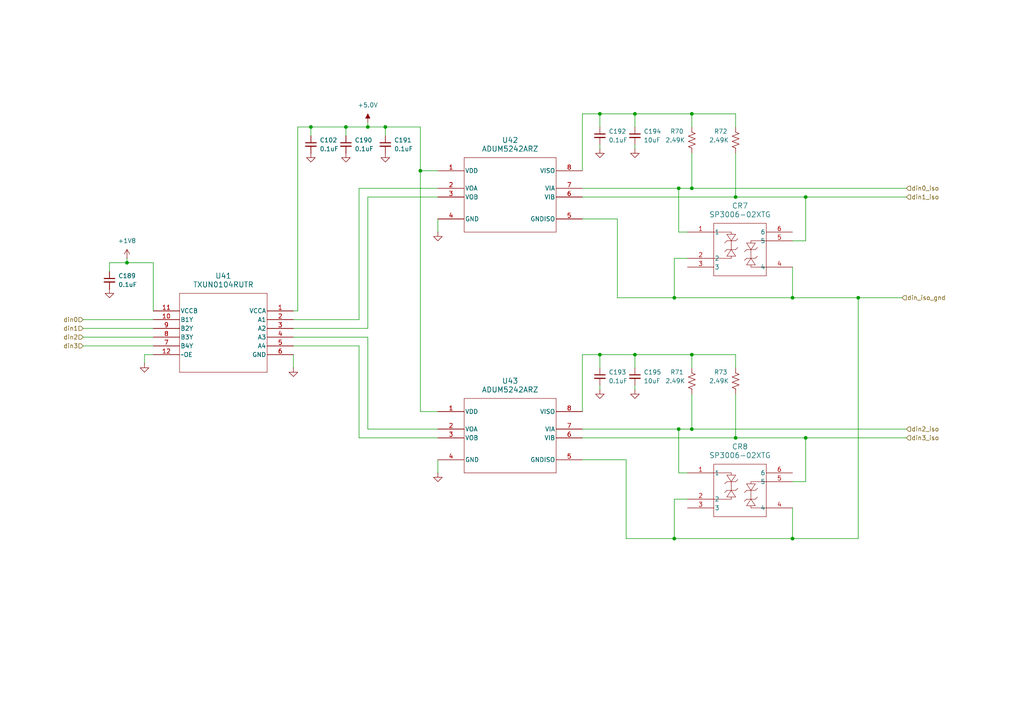
<source format=kicad_sch>
(kicad_sch (version 20250114) (generator "eeschema") (generator_version "9.0")
  (paper "A4")
  (lib_symbols
    (symbol "Device:C_Small" (pin_numbers (hide yes)) (pin_names (offset 0.254) (hide yes))
      (property "Reference" "C" (at 0.254 1.778 0))
      (property "Value" "C_Small" (at 0.254 -2.032 0))
      (symbol "C_Small_0_1"
        (polyline (pts (xy -1.524 0.508) (xy 1.524 0.508)) (stroke (width 0.3048)))
        (polyline (pts (xy -1.524 -0.508) (xy 1.524 -0.508)) (stroke (width 0.3302)))
      )
      (symbol "C_Small_1_1"
        (pin passive line (at 0 2.54 270) (length 2.032) (name "~") (number "1"))
        (pin passive line (at 0 -2.54 90) (length 2.032) (name "~") (number "2"))
      )
    )
    (symbol "Device:R_US" (pin_numbers (hide yes)) (pin_names (offset 0))
      (property "Reference" "R" (at 2.54 0 90))
      (property "Value" "R_US" (at -2.54 0 90))
      (symbol "R_US_0_1"
        (polyline (pts (xy 0 2.286) (xy 0 2.54)))
        (polyline (pts (xy 0 2.286) (xy 1.016 1.905) (xy 0 1.524) (xy -1.016 1.143) (xy 0 0.762)))
        (polyline (pts (xy 0 0.762) (xy 1.016 0.381) (xy 0 0) (xy -1.016 -0.381) (xy 0 -0.762)))
        (polyline (pts (xy 0 -0.762) (xy 1.016 -1.143) (xy 0 -1.524) (xy -1.016 -1.905) (xy 0 -2.286)))
        (polyline (pts (xy 0 -2.286) (xy 0 -2.54)))
      )
      (symbol "R_US_1_1"
        (pin passive line (at 0 3.81 270) (length 1.27) (name "~") (number "1"))
        (pin passive line (at 0 -3.81 90) (length 1.27) (name "~") (number "2"))
      )
    )
    (symbol "PSC:+5.0V" (power) (pin_numbers (hide yes)) (pin_names (offset 0) (hide yes))
      (property "Value" "+5.0V" (at 0 3.556 0))
      (symbol "+5.0V_0_1"
        (polyline (pts (xy 0 0) (xy 0 2.54)))
      )
      (symbol "+5.0V_1_1"
        (polyline (pts (xy -0.635 1.27) (xy 0.635 1.27) (xy 0 2.54) (xy -0.635 1.27)) (stroke (width 0) (color 132 0 0 1)) (fill (type color) (color 132 0 0 1)))
        (pin power_in line (at 0 0 90) (length 0) (name "~") (number "1"))
      )
    )
    (symbol "PSC:ADUM5242ARZ" (pin_names (offset 0.254))
      (property "Reference" "U" (at 19.558 9.652 0))
      (property "Value" "ADUM5242ARZ" (at 21.082 7.112 0))
      (symbol "ADUM5242ARZ_0_1"
        (polyline (pts (xy 7.62 5.08) (xy 7.62 -16.51)) (stroke (width 0.127)))
        (polyline (pts (xy 7.62 -16.51) (xy 34.29 -16.51)) (stroke (width 0.127)))
        (polyline (pts (xy 34.29 5.08) (xy 7.62 5.08)) (stroke (width 0.127)))
        (polyline (pts (xy 34.29 -16.51) (xy 34.29 5.08)) (stroke (width 0.127)))
        (pin unspecified line (at 0 1.27 0) (length 7.62) (name "VDD") (number "1"))
        (pin unspecified line (at 41.91 1.27 180) (length 7.62) (name "VISO") (number "8"))
        (pin unspecified line (at 41.91 -12.7 180) (length 7.62) (name "GNDISO") (number "5"))
      )
      (symbol "ADUM5242ARZ_1_1"
        (pin unspecified line (at 0 -3.81 0) (length 7.62) (name "VOA") (number "2"))
        (pin unspecified line (at 0 -6.35 0) (length 7.62) (name "VOB") (number "3"))
        (pin unspecified line (at 0 -12.7 0) (length 7.62) (name "GND") (number "4"))
        (pin unspecified line (at 41.91 -3.81 180) (length 7.62) (name "VIA") (number "7"))
        (pin unspecified line (at 41.91 -6.35 180) (length 7.62) (name "VIB") (number "6"))
      )
    )
    (symbol "PSC:SP3006-02XTG" (pin_names (offset 0.254))
      (property "Reference" "CR" (at 20.32 7.62 0))
      (property "Value" "SP3006-02XTG" (at 20.32 5.08 0))
      (symbol "SP3006-02XTG_0_1"
        (polyline (pts (xy 12.7 2.54) (xy 12.7 -12.7)) (stroke (width 0.127)))
        (polyline (pts (xy 12.7 0) (xy 17.78 0)) (stroke (width 0.127)))
        (polyline (pts (xy 12.7 -7.62) (xy 17.78 -7.62)) (stroke (width 0.127)))
        (polyline (pts (xy 12.7 -12.7) (xy 27.94 -12.7)) (stroke (width 0.127)))
        (polyline (pts (xy 15.875 -3.175) (xy 16.51 -2.54)) (stroke (width 0.127)))
        (polyline (pts (xy 15.875 -5.715) (xy 16.51 -5.08)) (stroke (width 0.127)))
        (polyline (pts (xy 16.51 -0.635) (xy 17.78 -2.54)) (stroke (width 0.127)))
        (polyline (pts (xy 16.51 -5.08) (xy 19.05 -5.08)) (stroke (width 0.127)))
        (polyline (pts (xy 16.51 -6.985) (xy 19.05 -6.985)) (stroke (width 0.127)))
        (polyline (pts (xy 17.78 0) (xy 17.78 -0.635)) (stroke (width 0.127)))
        (polyline (pts (xy 17.78 -2.54) (xy 17.78 -5.08)) (stroke (width 0.127)))
        (polyline (pts (xy 17.78 -2.54) (xy 19.05 -0.635)) (stroke (width 0.127)))
        (polyline (pts (xy 17.78 -5.08) (xy 16.51 -6.985)) (stroke (width 0.127)))
        (polyline (pts (xy 17.78 -6.985) (xy 17.78 -7.62)) (stroke (width 0.127)))
        (polyline (pts (xy 19.05 -0.635) (xy 16.51 -0.635)) (stroke (width 0.127)))
        (polyline (pts (xy 19.05 -2.54) (xy 16.51 -2.54)) (stroke (width 0.127)))
        (polyline (pts (xy 19.05 -6.985) (xy 17.78 -5.08)) (stroke (width 0.127)))
        (polyline (pts (xy 19.685 -1.905) (xy 19.05 -2.54)) (stroke (width 0.127)))
        (polyline (pts (xy 19.685 -4.445) (xy 19.05 -5.08)) (stroke (width 0.127)))
        (polyline (pts (xy 21.59 -5.715) (xy 22.225 -5.08)) (stroke (width 0.127)))
        (polyline (pts (xy 21.59 -8.255) (xy 22.225 -7.62)) (stroke (width 0.127)))
        (polyline (pts (xy 22.225 -3.175) (xy 23.495 -5.08)) (stroke (width 0.127)))
        (polyline (pts (xy 22.225 -7.62) (xy 24.765 -7.62)) (stroke (width 0.127)))
        (polyline (pts (xy 22.225 -9.525) (xy 24.765 -9.525)) (stroke (width 0.127)))
        (polyline (pts (xy 23.495 -2.54) (xy 23.495 -3.175)) (stroke (width 0.127)))
        (polyline (pts (xy 23.495 -2.54) (xy 27.94 -2.54)) (stroke (width 0.127)))
        (polyline (pts (xy 23.495 -5.08) (xy 23.495 -7.62)) (stroke (width 0.127)))
        (polyline (pts (xy 23.495 -5.08) (xy 24.765 -3.175)) (stroke (width 0.127)))
        (polyline (pts (xy 23.495 -7.62) (xy 22.225 -9.525)) (stroke (width 0.127)))
        (polyline (pts (xy 23.495 -9.525) (xy 23.495 -10.16)) (stroke (width 0.127)))
        (polyline (pts (xy 24.765 -3.175) (xy 22.225 -3.175)) (stroke (width 0.127)))
        (polyline (pts (xy 24.765 -5.08) (xy 22.225 -5.08)) (stroke (width 0.127)))
        (polyline (pts (xy 24.765 -9.525) (xy 23.495 -7.62)) (stroke (width 0.127)))
        (polyline (pts (xy 25.4 -4.445) (xy 24.765 -5.08)) (stroke (width 0.127)))
        (polyline (pts (xy 25.4 -6.985) (xy 24.765 -7.62)) (stroke (width 0.127)))
        (polyline (pts (xy 27.94 2.54) (xy 12.7 2.54)) (stroke (width 0.127)))
        (polyline (pts (xy 27.94 -10.16) (xy 23.495 -10.16)) (stroke (width 0.127)))
        (polyline (pts (xy 27.94 -12.7) (xy 27.94 2.54)) (stroke (width 0.127)))
        (pin unspecified line (at 5.08 0 0) (length 7.62) (name "1") (number "1"))
        (pin unspecified line (at 5.08 -7.62 0) (length 7.62) (name "2") (number "2"))
        (pin unspecified line (at 5.08 -10.16 0) (length 7.62) (name "3") (number "3"))
        (pin unspecified line (at 35.56 0 180) (length 7.62) (name "6") (number "6"))
        (pin unspecified line (at 35.56 -2.54 180) (length 7.62) (name "5") (number "5"))
        (pin unspecified line (at 35.56 -10.16 180) (length 7.62) (name "4") (number "4"))
      )
    )
    (symbol "PSC:TXUN0104RUTR" (pin_names (offset 0.254))
      (property "Reference" "U" (at 20.32 10.16 0))
      (property "Value" "TXUN0104RUTR" (at 20.32 7.62 0))
      (symbol "TXUN0104RUTR_0_1"
        (polyline (pts (xy 7.62 5.08) (xy 7.62 -17.78)) (stroke (width 0.127)))
        (polyline (pts (xy 7.62 -17.78) (xy 33.02 -17.78)) (stroke (width 0.127)))
        (polyline (pts (xy 33.02 5.08) (xy 7.62 5.08)) (stroke (width 0.127)))
        (polyline (pts (xy 33.02 -17.78) (xy 33.02 5.08)) (stroke (width 0.127)))
        (pin power_in line (at 0 0 0) (length 7.62) (name "VCCA") (number "1"))
        (pin input line (at 0 -2.54 0) (length 7.62) (name "A1") (number "2"))
        (pin input line (at 0 -5.08 0) (length 7.62) (name "A2") (number "3"))
        (pin input line (at 0 -7.62 0) (length 7.62) (name "A3") (number "4"))
        (pin input line (at 0 -10.16 0) (length 7.62) (name "A4") (number "5"))
        (pin power_out line (at 0 -12.7 0) (length 7.62) (name "GND") (number "6"))
        (pin power_in line (at 40.64 0 180) (length 7.62) (name "VCCB") (number "11"))
        (pin output line (at 40.64 -2.54 180) (length 7.62) (name "B1Y") (number "10"))
        (pin output line (at 40.64 -5.08 180) (length 7.62) (name "B2Y") (number "9"))
        (pin output line (at 40.64 -7.62 180) (length 7.62) (name "B3Y") (number "8"))
        (pin output line (at 40.64 -10.16 180) (length 7.62) (name "B4Y") (number "7"))
      )
      (symbol "TXUN0104RUTR_1_1"
        (pin input line (at 40.64 -12.7 180) (length 7.62) (name "~OE") (number "12"))
      )
    )
    (symbol "power:+1V8" (power) (pin_numbers (hide yes)) (pin_names (offset 0) (hide yes))
      (property "Value" "+1V8" (at 0 3.556 0))
      (symbol "+1V8_0_1"
        (polyline (pts (xy -0.762 1.27) (xy 0 2.54)))
        (polyline (pts (xy 0 2.54) (xy 0.762 1.27)))
        (polyline (pts (xy 0 0) (xy 0 2.54)))
      )
      (symbol "+1V8_1_1"
        (pin power_in line (at 0 0 90) (length 0) (name "~") (number "1"))
      )
    )
    (symbol "power:GND" (power) (pin_numbers (hide yes)) (pin_names (offset 0) (hide yes))
      (property "Value" "GND" (at 0 -3.81 0))
      (symbol "GND_0_1"
        (polyline (pts (xy 0 0) (xy 0 -1.27) (xy 1.27 -1.27) (xy 0 -2.54) (xy -1.27 -1.27) (xy 0 -1.27)))
      )
      (symbol "GND_1_1"
        (pin power_in line (at 0 0 270) (length 0) (name "~") (number "1"))
      )
    )
  )
  (junction (at 200.66 124.46))
  (junction (at 106.68 36.83))
  (junction (at 233.68 127))
  (junction (at 213.36 127))
  (junction (at 36.83 76.2))
  (junction (at 229.87 156.21))
  (junction (at 196.85 54.61))
  (junction (at 213.36 57.15))
  (junction (at 195.58 156.21))
  (junction (at 196.85 124.46))
  (junction (at 200.66 33.02))
  (junction (at 195.58 86.36))
  (junction (at 90.17 36.83))
  (junction (at 248.92 86.36))
  (junction (at 184.15 33.02))
  (junction (at 100.33 36.83))
  (junction (at 200.66 102.87))
  (junction (at 121.92 49.53))
  (junction (at 200.66 54.61))
  (junction (at 233.68 57.15))
  (junction (at 173.99 102.87))
  (junction (at 229.87 86.36))
  (junction (at 173.99 33.02))
  (junction (at 111.76 36.83))
  (junction (at 184.15 102.87))
  (wire (pts (xy 121.92 119.38) (xy 121.92 49.53)))
  (wire (pts (xy 90.17 36.83) (xy 100.33 36.83)))
  (wire (pts (xy 195.58 86.36) (xy 229.87 86.36)))
  (wire (pts (xy 104.14 92.71) (xy 104.14 54.61)))
  (wire (pts (xy 173.99 43.18) (xy 173.99 41.91)))
  (wire (pts (xy 200.66 106.68) (xy 200.66 102.87)))
  (wire (pts (xy 106.68 57.15) (xy 127 57.15)))
  (wire (pts (xy 127 133.35) (xy 127 137.16)))
  (wire (pts (xy 85.09 97.79) (xy 106.68 97.79)))
  (wire (pts (xy 184.15 33.02) (xy 200.66 33.02)))
  (wire (pts (xy 184.15 102.87) (xy 184.15 106.68)))
  (wire (pts (xy 184.15 113.03) (xy 184.15 111.76)))
  (wire (pts (xy 24.13 100.33) (xy 44.45 100.33)))
  (wire (pts (xy 168.91 119.38) (xy 168.91 102.87)))
  (wire (pts (xy 168.91 127) (xy 213.36 127)))
  (wire (pts (xy 168.91 49.53) (xy 168.91 33.02)))
  (wire (pts (xy 200.66 114.3) (xy 200.66 124.46)))
  (wire (pts (xy 200.66 36.83) (xy 200.66 33.02)))
  (wire (pts (xy 31.75 78.74) (xy 31.75 76.2)))
  (wire (pts (xy 233.68 69.85) (xy 233.68 57.15)))
  (wire (pts (xy 196.85 124.46) (xy 196.85 137.16)))
  (wire (pts (xy 229.87 147.32) (xy 229.87 156.21)))
  (wire (pts (xy 24.13 97.79) (xy 44.45 97.79)))
  (wire (pts (xy 85.09 95.25) (xy 106.68 95.25)))
  (wire (pts (xy 196.85 54.61) (xy 200.66 54.61)))
  (wire (pts (xy 213.36 33.02) (xy 213.36 36.83)))
  (wire (pts (xy 184.15 33.02) (xy 184.15 36.83)))
  (wire (pts (xy 85.09 102.87) (xy 85.09 106.68)))
  (wire (pts (xy 179.07 86.36) (xy 195.58 86.36)))
  (wire (pts (xy 168.91 63.5) (xy 179.07 63.5)))
  (wire (pts (xy 100.33 39.37) (xy 100.33 36.83)))
  (wire (pts (xy 104.14 127) (xy 127 127)))
  (wire (pts (xy 24.13 92.71) (xy 44.45 92.71)))
  (wire (pts (xy 111.76 36.83) (xy 111.76 39.37)))
  (wire (pts (xy 41.91 102.87) (xy 41.91 105.41)))
  (wire (pts (xy 90.17 39.37) (xy 90.17 36.83)))
  (wire (pts (xy 173.99 33.02) (xy 173.99 36.83)))
  (wire (pts (xy 200.66 102.87) (xy 213.36 102.87)))
  (wire (pts (xy 213.36 44.45) (xy 213.36 57.15)))
  (wire (pts (xy 44.45 102.87) (xy 41.91 102.87)))
  (wire (pts (xy 184.15 43.18) (xy 184.15 41.91)))
  (wire (pts (xy 106.68 95.25) (xy 106.68 57.15)))
  (wire (pts (xy 199.39 144.78) (xy 195.58 144.78)))
  (wire (pts (xy 199.39 74.93) (xy 195.58 74.93)))
  (wire (pts (xy 100.33 36.83) (xy 106.68 36.83)))
  (wire (pts (xy 36.83 76.2) (xy 36.83 74.93)))
  (wire (pts (xy 44.45 76.2) (xy 36.83 76.2)))
  (wire (pts (xy 173.99 33.02) (xy 184.15 33.02)))
  (wire (pts (xy 229.87 69.85) (xy 233.68 69.85)))
  (wire (pts (xy 85.09 90.17) (xy 86.36 90.17)))
  (wire (pts (xy 106.68 35.56) (xy 106.68 36.83)))
  (wire (pts (xy 213.36 57.15) (xy 233.68 57.15)))
  (wire (pts (xy 127 119.38) (xy 121.92 119.38)))
  (wire (pts (xy 173.99 102.87) (xy 184.15 102.87)))
  (wire (pts (xy 213.36 127) (xy 233.68 127)))
  (wire (pts (xy 200.66 44.45) (xy 200.66 54.61)))
  (wire (pts (xy 85.09 100.33) (xy 104.14 100.33)))
  (wire (pts (xy 111.76 36.83) (xy 121.92 36.83)))
  (wire (pts (xy 233.68 127) (xy 262.89 127)))
  (wire (pts (xy 85.09 92.71) (xy 104.14 92.71)))
  (wire (pts (xy 179.07 63.5) (xy 179.07 86.36)))
  (wire (pts (xy 106.68 36.83) (xy 111.76 36.83)))
  (wire (pts (xy 200.66 33.02) (xy 213.36 33.02)))
  (wire (pts (xy 229.87 86.36) (xy 248.92 86.36)))
  (wire (pts (xy 121.92 49.53) (xy 127 49.53)))
  (wire (pts (xy 196.85 124.46) (xy 200.66 124.46)))
  (wire (pts (xy 24.13 95.25) (xy 44.45 95.25)))
  (wire (pts (xy 184.15 102.87) (xy 200.66 102.87)))
  (wire (pts (xy 168.91 124.46) (xy 196.85 124.46)))
  (wire (pts (xy 104.14 54.61) (xy 127 54.61)))
  (wire (pts (xy 248.92 156.21) (xy 248.92 86.36)))
  (wire (pts (xy 181.61 156.21) (xy 195.58 156.21)))
  (wire (pts (xy 106.68 97.79) (xy 106.68 124.46)))
  (wire (pts (xy 233.68 139.7) (xy 233.68 127)))
  (wire (pts (xy 181.61 133.35) (xy 181.61 156.21)))
  (wire (pts (xy 106.68 124.46) (xy 127 124.46)))
  (wire (pts (xy 213.36 102.87) (xy 213.36 106.68)))
  (wire (pts (xy 195.58 156.21) (xy 229.87 156.21)))
  (wire (pts (xy 200.66 124.46) (xy 262.89 124.46)))
  (wire (pts (xy 248.92 86.36) (xy 261.62 86.36)))
  (wire (pts (xy 44.45 90.17) (xy 44.45 76.2)))
  (wire (pts (xy 31.75 76.2) (xy 36.83 76.2)))
  (wire (pts (xy 200.66 54.61) (xy 262.89 54.61)))
  (wire (pts (xy 173.99 102.87) (xy 173.99 106.68)))
  (wire (pts (xy 127 63.5) (xy 127 67.31)))
  (wire (pts (xy 86.36 36.83) (xy 90.17 36.83)))
  (wire (pts (xy 168.91 57.15) (xy 213.36 57.15)))
  (wire (pts (xy 195.58 74.93) (xy 195.58 86.36)))
  (wire (pts (xy 196.85 54.61) (xy 196.85 67.31)))
  (wire (pts (xy 104.14 100.33) (xy 104.14 127)))
  (wire (pts (xy 168.91 54.61) (xy 196.85 54.61)))
  (wire (pts (xy 199.39 67.31) (xy 196.85 67.31)))
  (wire (pts (xy 199.39 137.16) (xy 196.85 137.16)))
  (wire (pts (xy 229.87 77.47) (xy 229.87 86.36)))
  (wire (pts (xy 213.36 114.3) (xy 213.36 127)))
  (wire (pts (xy 229.87 139.7) (xy 233.68 139.7)))
  (wire (pts (xy 233.68 57.15) (xy 262.89 57.15)))
  (wire (pts (xy 168.91 33.02) (xy 173.99 33.02)))
  (wire (pts (xy 86.36 90.17) (xy 86.36 36.83)))
  (wire (pts (xy 195.58 144.78) (xy 195.58 156.21)))
  (wire (pts (xy 168.91 102.87) (xy 173.99 102.87)))
  (wire (pts (xy 173.99 113.03) (xy 173.99 111.76)))
  (wire (pts (xy 229.87 156.21) (xy 248.92 156.21)))
  (wire (pts (xy 121.92 49.53) (xy 121.92 36.83)))
  (wire (pts (xy 168.91 133.35) (xy 181.61 133.35)))
  (hierarchical_label "din1" (shape input) (at 24.13 95.25 180))
  (hierarchical_label "din2" (shape input) (at 24.13 97.79 180))
  (hierarchical_label "din1_iso" (shape input) (at 262.89 57.15 0))
  (hierarchical_label "din0_iso" (shape input) (at 262.89 54.61 0))
  (hierarchical_label "din3" (shape input) (at 24.13 100.33 180))
  (hierarchical_label "din0" (shape input) (at 24.13 92.71 180))
  (hierarchical_label "din2_iso" (shape input) (at 262.89 124.46 0))
  (hierarchical_label "din_iso_gnd" (shape input) (at 261.62 86.36 0))
  (hierarchical_label "din3_iso" (shape input) (at 262.89 127 0))
  (symbol (lib_id "power:GND") (at 111.76 44.45 0) (unit 1)
    (property "Reference" "#PWR0282" (effects (hide yes)))
    (property "Value" "GND" (effects (hide yes)))
    (property "Description" "Power symbol creates a global label with name \"GND\" , ground" (effects (hide yes)))
  )
  (symbol (lib_id "power:+1V8") (at 36.83 74.93 0) (unit 1)
    (property "Reference" "#PWR0277" (effects (hide yes)))
    (property "Value" "+1V8" (at 36.83 69.85 0))
    (property "Description" "Power symbol creates a global label with name \"+1V8\"" (effects (hide yes)))
  )
  (symbol (lib_id "Device:C_Small") (at 173.99 39.37 0) (unit 1)
    (property "Reference" "C192" (at 176.53 38.1062 0) (effects (justify left)))
    (property "Value" "0.1uF" (at 176.53 40.6462 0) (effects (justify left)))
    (property "Footprint" "Capacitor_SMD:C_0402_1005Metric" (effects (hide yes)))
    (property "Description" "CAP CER 0.1UF 25V X5R 0402" (effects (hide yes)))
    (property "MFG" "Taiyo Yuden" (effects (hide yes)))
    (property "MFG_PN" "TMK105BJ104KV-F\n" (effects (hide yes)))
  )
  (symbol (lib_id "power:GND") (at 100.33 44.45 0) (unit 1)
    (property "Reference" "#PWR0280" (effects (hide yes)))
    (property "Value" "GND" (effects (hide yes)))
    (property "Description" "Power symbol creates a global label with name \"GND\" , ground" (effects (hide yes)))
  )
  (symbol (lib_id "power:GND") (at 184.15 43.18 0) (unit 1)
    (property "Reference" "#PWR0287" (effects (hide yes)))
    (property "Value" "GND" (effects (hide yes)))
    (property "Description" "Power symbol creates a global label with name \"GND\" , ground" (effects (hide yes)))
  )
  (symbol (lib_id "PSC:TXUN0104RUTR") (at 85.09 90.17 0) (mirror y) (unit 1)
    (property "Reference" "U41" (at 64.77 80.01 0) (effects (font (size 1.524 1.524))))
    (property "Value" "TXUN0104RUTR" (at 64.77 82.55 0) (effects (font (size 1.524 1.524))))
    (property "Footprint" "myparts:PQFP12_RUT_TEX" (effects (hide yes)))
    (property "Datasheet" "https://www.ti.com/lit/gpn/txu0104" (effects (hide yes)))
    (property "Description" "IC XLTR VL UNIDIR 12-UQFN" (effects (hide yes)))
    (property "Cost" ".77" (effects (hide yes)))
    (property "MFG" "TI" (effects (hide yes)))
    (property "MFG_PN" "TXUN0104RUTR" (effects (hide yes)))
  )
  (symbol (lib_id "power:GND") (at 41.91 105.41 0) (unit 1)
    (property "Reference" "#PWR0278" (effects (hide yes)))
    (property "Value" "GND" (effects (hide yes)))
    (property "Description" "Power symbol creates a global label with name \"GND\" , ground" (effects (hide yes)))
  )
  (symbol (lib_id "Device:R_US") (at 213.36 110.49 180) (unit 1)
    (property "Reference" "R73" (at 209.042 107.95 0))
    (property "Value" "2.49K" (at 208.534 110.49 0))
    (property "Footprint" "Resistor_SMD:R_0402_1005Metric" (effects (hide yes)))
    (property "Description" "RES SMD 2.49K OHM 1% 1/10W 0402" (effects (hide yes)))
    (property "Tolerance" "1%" (effects (hide yes)))
    (property "Cost" ".01" (effects (hide yes)))
    (property "MFG" "Panasonic" (effects (hide yes)))
    (property "MFG_PN" "ERJ-2RKF2491X" (effects (hide yes)))
  )
  (symbol (lib_id "PSC:ADUM5242ARZ") (at 127 50.8 0) (unit 1)
    (property "Reference" "U42" (at 147.955 40.64 0) (effects (font (size 1.524 1.524))))
    (property "Value" "ADUM5242ARZ" (at 147.955 43.18 0) (effects (font (size 1.524 1.524))))
    (property "Footprint" "myparts:R_8_ADI-M" (effects (hide yes)))
    (property "Datasheet" "https://www.analog.com/media/en/technical-documentation/data-sheets/ADUM5240_5241_5242.pdf" (effects (hide yes)))
    (property "Description" "DGTL ISOLTR 2.5KV 2CH GP 8-SOIC" (effects (hide yes)))
    (property "Cost" "6.81" (effects (hide yes)))
    (property "MFG" "Analog Devices" (effects (hide yes)))
    (property "MFG_PN" "ADUM5242ARZ" (effects (hide yes)))
  )
  (symbol (lib_id "Device:R_US") (at 200.66 40.64 180) (unit 1)
    (property "Reference" "R70" (at 196.342 38.1 0))
    (property "Value" "2.49K" (at 195.834 40.64 0))
    (property "Footprint" "Resistor_SMD:R_0402_1005Metric" (effects (hide yes)))
    (property "Description" "RES SMD 2.49K OHM 1% 1/10W 0402" (effects (hide yes)))
    (property "Tolerance" "1%" (effects (hide yes)))
    (property "Cost" ".01" (effects (hide yes)))
    (property "MFG" "Panasonic" (effects (hide yes)))
    (property "MFG_PN" "ERJ-2RKF2491X" (effects (hide yes)))
  )
  (symbol (lib_id "Device:C_Small") (at 173.99 109.22 0) (unit 1)
    (property "Reference" "C193" (at 176.53 107.9562 0) (effects (justify left)))
    (property "Value" "0.1uF" (at 176.53 110.4962 0) (effects (justify left)))
    (property "Footprint" "Capacitor_SMD:C_0402_1005Metric" (effects (hide yes)))
    (property "Description" "CAP CER 0.1UF 25V X5R 0402" (effects (hide yes)))
    (property "MFG" "Taiyo Yuden" (effects (hide yes)))
    (property "MFG_PN" "TMK105BJ104KV-F\n" (effects (hide yes)))
  )
  (symbol (lib_id "power:GND") (at 127 137.16 0) (unit 1)
    (property "Reference" "#PWR0284" (effects (hide yes)))
    (property "Value" "GND" (effects (hide yes)))
    (property "Description" "Power symbol creates a global label with name \"GND\" , ground" (effects (hide yes)))
  )
  (symbol (lib_id "power:GND") (at 173.99 113.03 0) (unit 1)
    (property "Reference" "#PWR0286" (effects (hide yes)))
    (property "Value" "GND" (effects (hide yes)))
    (property "Description" "Power symbol creates a global label with name \"GND\" , ground" (effects (hide yes)))
  )
  (symbol (lib_id "power:GND") (at 85.09 106.68 0) (unit 1)
    (property "Reference" "#PWR0279" (effects (hide yes)))
    (property "Value" "GND" (effects (hide yes)))
    (property "Description" "Power symbol creates a global label with name \"GND\" , ground" (effects (hide yes)))
  )
  (symbol (lib_id "power:GND") (at 173.99 43.18 0) (unit 1)
    (property "Reference" "#PWR0285" (effects (hide yes)))
    (property "Value" "GND" (effects (hide yes)))
    (property "Description" "Power symbol creates a global label with name \"GND\" , ground" (effects (hide yes)))
  )
  (symbol (lib_id "power:GND") (at 184.15 113.03 0) (unit 1)
    (property "Reference" "#PWR0288" (effects (hide yes)))
    (property "Value" "GND" (effects (hide yes)))
    (property "Description" "Power symbol creates a global label with name \"GND\" , ground" (effects (hide yes)))
  )
  (symbol (lib_id "power:GND") (at 90.17 44.45 0) (unit 1)
    (property "Reference" "#PWR0178" (effects (hide yes)))
    (property "Value" "GND" (effects (hide yes)))
    (property "Description" "Power symbol creates a global label with name \"GND\" , ground" (effects (hide yes)))
  )
  (symbol (lib_id "PSC:SP3006-02XTG") (at 194.31 67.31 0) (unit 1)
    (property "Reference" "CR7" (at 214.63 59.69 0) (effects (font (size 1.524 1.524))))
    (property "Value" "SP3006-02XTG" (at 214.63 62.23 0) (effects (font (size 1.524 1.524))))
    (property "Footprint" "myparts:SOT563_LTF" (effects (hide yes)))
    (property "Datasheet" "SP3006-02XTG" (effects (hide yes)))
    (property "Description" "TVS DIODE 6VWM 15VC SOT563" (effects (hide yes)))
    (property "MFG" "Littlefuse" (effects (hide yes)))
    (property "MFG_PN" "SP3006-02XTG" (effects (hide yes)))
    (property "Cost" "0.65" (effects (hide yes)))
  )
  (symbol (lib_id "power:GND") (at 31.75 83.82 0) (unit 1)
    (property "Reference" "#PWR0276" (effects (hide yes)))
    (property "Value" "GND" (effects (hide yes)))
    (property "Description" "Power symbol creates a global label with name \"GND\" , ground" (effects (hide yes)))
  )
  (symbol (lib_id "Device:C_Small") (at 184.15 109.22 0) (unit 1)
    (property "Reference" "C195" (at 186.69 107.9562 0) (effects (justify left)))
    (property "Value" "10uF" (at 186.69 110.4962 0) (effects (justify left)))
    (property "Footprint" "Capacitor_SMD:C_0603_1608Metric" (effects (hide yes)))
    (property "Description" "CAP CER 10UF 25V X5R 0603" (effects (hide yes)))
    (property "Voltage" "25V" (effects (hide yes)))
    (property "MFG" "Samsung" (effects (hide yes)))
    (property "MFG_PN" "CL10A106MA8NRNC\n" (effects (hide yes)))
  )
  (symbol (lib_id "Device:R_US") (at 213.36 40.64 180) (unit 1)
    (property "Reference" "R72" (at 209.042 38.1 0))
    (property "Value" "2.49K" (at 208.534 40.64 0))
    (property "Footprint" "Resistor_SMD:R_0402_1005Metric" (effects (hide yes)))
    (property "Description" "RES SMD 2.49K OHM 1% 1/10W 0402" (effects (hide yes)))
    (property "Tolerance" "1%" (effects (hide yes)))
    (property "Cost" ".01" (effects (hide yes)))
    (property "MFG" "Panasonic" (effects (hide yes)))
    (property "MFG_PN" "ERJ-2RKF2491X" (effects (hide yes)))
  )
  (symbol (lib_id "Device:C_Small") (at 184.15 39.37 0) (unit 1)
    (property "Reference" "C194" (at 186.69 38.1062 0) (effects (justify left)))
    (property "Value" "10uF" (at 186.69 40.6462 0) (effects (justify left)))
    (property "Footprint" "Capacitor_SMD:C_0603_1608Metric" (effects (hide yes)))
    (property "Description" "CAP CER 10UF 25V X5R 0603" (effects (hide yes)))
    (property "Voltage" "25V" (effects (hide yes)))
    (property "MFG" "Samsung" (effects (hide yes)))
    (property "MFG_PN" "CL10A106MA8NRNC\n" (effects (hide yes)))
  )
  (symbol (lib_id "Device:C_Small") (at 111.76 41.91 0) (unit 1)
    (property "Reference" "C191" (at 114.3 40.6462 0) (effects (justify left)))
    (property "Value" "0.1uF" (at 114.3 43.1862 0) (effects (justify left)))
    (property "Footprint" "Capacitor_SMD:C_0402_1005Metric" (effects (hide yes)))
    (property "Description" "CAP CER 0.1UF 25V X5R 0402" (effects (hide yes)))
    (property "MFG" "Taiyo Yuden" (effects (hide yes)))
    (property "MFG_PN" "TMK105BJ104KV-F\n" (effects (hide yes)))
  )
  (symbol (lib_id "PSC:ADUM5242ARZ") (at 127 120.65 0) (unit 1)
    (property "Reference" "U43" (at 147.955 110.49 0) (effects (font (size 1.524 1.524))))
    (property "Value" "ADUM5242ARZ" (at 147.955 113.03 0) (effects (font (size 1.524 1.524))))
    (property "Footprint" "myparts:R_8_ADI-M" (effects (hide yes)))
    (property "Datasheet" "https://www.analog.com/media/en/technical-documentation/data-sheets/ADUM5240_5241_5242.pdf" (effects (hide yes)))
    (property "Description" "DGTL ISOLTR 2.5KV 2CH GP 8-SOIC" (effects (hide yes)))
    (property "Cost" "6.81" (effects (hide yes)))
    (property "MFG" "Analog Devices" (effects (hide yes)))
    (property "MFG_PN" "ADUM5242ARZ" (effects (hide yes)))
  )
  (symbol (lib_id "Device:C_Small") (at 31.75 81.28 0) (unit 1)
    (property "Reference" "C189" (at 34.29 80.0162 0) (effects (justify left)))
    (property "Value" "0.1uF" (at 34.29 82.5562 0) (effects (justify left)))
    (property "Footprint" "Capacitor_SMD:C_0402_1005Metric" (effects (hide yes)))
    (property "Description" "CAP CER 0.1UF 25V X5R 0402" (effects (hide yes)))
    (property "MFG" "Taiyo Yuden" (effects (hide yes)))
    (property "MFG_PN" "TMK105BJ104KV-F\n" (effects (hide yes)))
  )
  (symbol (lib_id "power:GND") (at 127 67.31 0) (unit 1)
    (property "Reference" "#PWR0283" (effects (hide yes)))
    (property "Value" "GND" (effects (hide yes)))
    (property "Description" "Power symbol creates a global label with name \"GND\" , ground" (effects (hide yes)))
  )
  (symbol (lib_id "Device:C_Small") (at 90.17 41.91 0) (unit 1)
    (property "Reference" "C102" (at 92.71 40.6462 0) (effects (justify left)))
    (property "Value" "0.1uF" (at 92.71 43.1862 0) (effects (justify left)))
    (property "Footprint" "Capacitor_SMD:C_0402_1005Metric" (effects (hide yes)))
    (property "Description" "CAP CER 0.1UF 25V X5R 0402" (effects (hide yes)))
    (property "MFG" "Taiyo Yuden" (effects (hide yes)))
    (property "MFG_PN" "TMK105BJ104KV-F\n" (effects (hide yes)))
  )
  (symbol (lib_id "PSC:+5.0V") (at 106.68 35.56 0) (unit 1)
    (property "Reference" "#PWR0190" (effects (hide yes)))
    (property "Value" "+5.0V" (at 106.68 30.48 0))
  )
  (symbol (lib_id "Device:R_US") (at 200.66 110.49 180) (unit 1)
    (property "Reference" "R71" (at 196.342 107.95 0))
    (property "Value" "2.49K" (at 195.834 110.49 0))
    (property "Footprint" "Resistor_SMD:R_0402_1005Metric" (effects (hide yes)))
    (property "Description" "RES SMD 2.49K OHM 1% 1/10W 0402" (effects (hide yes)))
    (property "Tolerance" "1%" (effects (hide yes)))
    (property "Cost" ".01" (effects (hide yes)))
    (property "MFG" "Panasonic" (effects (hide yes)))
    (property "MFG_PN" "ERJ-2RKF2491X" (effects (hide yes)))
  )
  (symbol (lib_id "Device:C_Small") (at 100.33 41.91 0) (unit 1)
    (property "Reference" "C190" (at 102.87 40.6462 0) (effects (justify left)))
    (property "Value" "0.1uF" (at 102.87 43.1862 0) (effects (justify left)))
    (property "Footprint" "Capacitor_SMD:C_0402_1005Metric" (effects (hide yes)))
    (property "Description" "CAP CER 0.1UF 25V X5R 0402" (effects (hide yes)))
    (property "MFG" "Taiyo Yuden" (effects (hide yes)))
    (property "MFG_PN" "TMK105BJ104KV-F\n" (effects (hide yes)))
  )
  (symbol (lib_id "PSC:SP3006-02XTG") (at 194.31 137.16 0) (unit 1)
    (property "Reference" "CR8" (at 214.63 129.54 0) (effects (font (size 1.524 1.524))))
    (property "Value" "SP3006-02XTG" (at 214.63 132.08 0) (effects (font (size 1.524 1.524))))
    (property "Footprint" "myparts:SOT563_LTF" (effects (hide yes)))
    (property "Datasheet" "SP3006-02XTG" (effects (hide yes)))
    (property "Description" "TVS DIODE 6VWM 15VC SOT563" (effects (hide yes)))
    (property "MFG" "Littlefuse" (effects (hide yes)))
    (property "MFG_PN" "SP3006-02XTG" (effects (hide yes)))
    (property "Cost" "0.65" (effects (hide yes)))
  )
)
</source>
